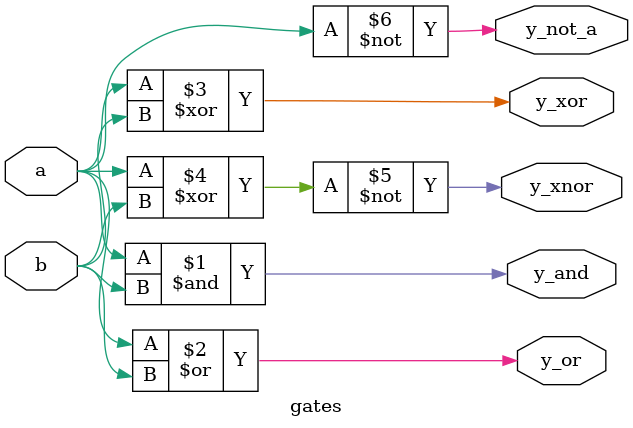
<source format=v>
module gates(
  input a,b,
  output y_and,y_or,y_not_a,y_xor,y_xnor
);
  and(y_and,a,b);
  or(y_or,a,b);
  not(y_not_a,a);
  xor(y_xor,a,b);
  xnor(y_xnor,a,b);
endmodule

</source>
